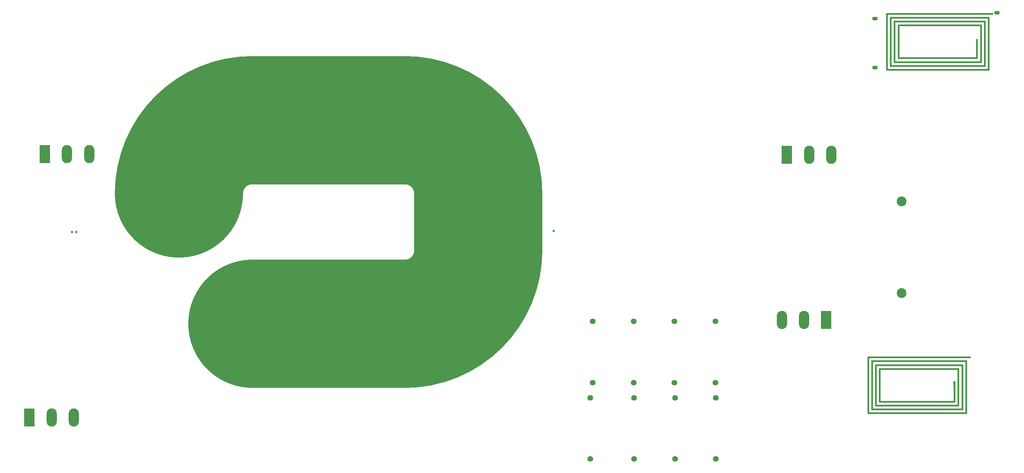
<source format=gbr>
%TF.GenerationSoftware,KiCad,Pcbnew,9.0.3*%
%TF.CreationDate,2025-09-15T08:34:33+02:00*%
%TF.ProjectId,TEST_creat_foder,54455354-5f63-4726-9561-745f666f6465,rev?*%
%TF.SameCoordinates,Original*%
%TF.FileFunction,Copper,L4,Bot*%
%TF.FilePolarity,Positive*%
%FSLAX46Y46*%
G04 Gerber Fmt 4.6, Leading zero omitted, Abs format (unit mm)*
G04 Created by KiCad (PCBNEW 9.0.3) date 2025-09-15 08:34:33*
%MOMM*%
%LPD*%
G01*
G04 APERTURE LIST*
G04 Aperture macros list*
%AMRoundRect*
0 Rectangle with rounded corners*
0 $1 Rounding radius*
0 $2 $3 $4 $5 $6 $7 $8 $9 X,Y pos of 4 corners*
0 Add a 4 corners polygon primitive as box body*
4,1,4,$2,$3,$4,$5,$6,$7,$8,$9,$2,$3,0*
0 Add four circle primitives for the rounded corners*
1,1,$1+$1,$2,$3*
1,1,$1+$1,$4,$5*
1,1,$1+$1,$6,$7*
1,1,$1+$1,$8,$9*
0 Add four rect primitives between the rounded corners*
20,1,$1+$1,$2,$3,$4,$5,0*
20,1,$1+$1,$4,$5,$6,$7,0*
20,1,$1+$1,$6,$7,$8,$9,0*
20,1,$1+$1,$8,$9,$2,$3,0*%
G04 Aperture macros list end*
%TA.AperFunction,NonConductor*%
%ADD10C,0.450000*%
%TD*%
%TA.AperFunction,EtchedComponent*%
%ADD11C,31.500000*%
%TD*%
%TA.AperFunction,EtchedComponent*%
%ADD12C,0.450000*%
%TD*%
%TA.AperFunction,ComponentPad*%
%ADD13C,1.400000*%
%TD*%
%TA.AperFunction,ComponentPad*%
%ADD14R,2.500000X4.500000*%
%TD*%
%TA.AperFunction,ComponentPad*%
%ADD15O,2.500000X4.500000*%
%TD*%
%TA.AperFunction,ComponentPad*%
%ADD16C,2.400000*%
%TD*%
%TA.AperFunction,SMDPad,CuDef*%
%ADD17RoundRect,0.252000X-0.448000X0.748000X-0.448000X-0.748000X0.448000X-0.748000X0.448000X0.748000X0*%
%TD*%
%TA.AperFunction,SMDPad,CuDef*%
%ADD18RoundRect,0.115500X-0.519500X0.269500X-0.519500X-0.269500X0.519500X-0.269500X0.519500X0.269500X0*%
%TD*%
%TA.AperFunction,ViaPad*%
%ADD19C,0.600000*%
%TD*%
G04 APERTURE END LIST*
D10*
X336875000Y-183125000D02*
X317575000Y-183125000D01*
X317575000Y-191175000D02*
X335925000Y-191175000D01*
X315675000Y-181225000D02*
X315675000Y-193075000D01*
X314725000Y-194025000D02*
X338775000Y-194025000D01*
X316625000Y-192125000D02*
X336875000Y-192125000D01*
X339725000Y-180275000D02*
X314725000Y-180275000D01*
X338775000Y-181225000D02*
X315675000Y-181225000D01*
X316625000Y-182175000D02*
X316625000Y-192125000D01*
X337825000Y-193075000D02*
X337825000Y-182175000D01*
X335925000Y-191175000D02*
X335925000Y-186250000D01*
X336875000Y-192125000D02*
X336875000Y-183125000D01*
X337825000Y-182175000D02*
X316625000Y-182175000D01*
X338775000Y-194025000D02*
X338775000Y-181225000D01*
X317575000Y-183125000D02*
X317575000Y-191175000D01*
X314725000Y-180275000D02*
X314725000Y-194025000D01*
X315675000Y-193075000D02*
X337825000Y-193075000D01*
D11*
%TO.C,T3*%
X201000000Y-122075000D02*
X163500000Y-122075000D01*
X201000000Y-122075000D02*
X163500000Y-122075000D01*
X219000000Y-154075000D02*
X219000000Y-140075000D01*
X219000000Y-154075000D02*
X219000000Y-140075000D01*
X163500000Y-172075000D02*
X201000000Y-172075000D01*
X163500000Y-172075000D02*
X201000000Y-172075000D01*
X201000000Y-122075000D02*
G75*
G02*
X219000000Y-140075000I0J-18000000D01*
G01*
X201000000Y-122075000D02*
G75*
G02*
X219000000Y-140075000I0J-18000000D01*
G01*
X145500000Y-140075000D02*
G75*
G02*
X163500000Y-122075000I18000000J0D01*
G01*
X145500000Y-140075000D02*
G75*
G02*
X163500000Y-122075000I18000000J0D01*
G01*
X219000000Y-154075000D02*
G75*
G02*
X201000000Y-172075000I-18000000J0D01*
G01*
X219000000Y-154075000D02*
G75*
G02*
X201000000Y-172075000I-18000000J0D01*
G01*
D12*
%TO.C,T2*%
X345262500Y-95910000D02*
X319312500Y-95910000D01*
X319312500Y-95910000D02*
X319312500Y-109660000D01*
X344312500Y-96860000D02*
X320262500Y-96860000D01*
X320262500Y-96860000D02*
X320262500Y-108710000D01*
X343362500Y-97810000D02*
X321212500Y-97810000D01*
X321212500Y-97810000D02*
X321212500Y-107760000D01*
X342412500Y-98760000D02*
X322162500Y-98760000D01*
X322162500Y-98760000D02*
X322162500Y-106810000D01*
X341462500Y-106810000D02*
X341462500Y-102310000D01*
X322162500Y-106810000D02*
X341462500Y-106810000D01*
X342412500Y-107760000D02*
X342412500Y-98760000D01*
X321212500Y-107760000D02*
X342412500Y-107760000D01*
X343362500Y-108710000D02*
X343362500Y-97810000D01*
X320262500Y-108710000D02*
X343362500Y-108710000D01*
X344312500Y-109660000D02*
X344312500Y-96860000D01*
X319312500Y-109660000D02*
X344312500Y-109660000D01*
%TD*%
D13*
%TO.P,C78,1,1*%
%TO.N,Net-(T3-AB)*%
X247100000Y-171500000D03*
%TO.P,C78,2,2*%
%TO.N,HVN1*%
X247100000Y-186500000D03*
%TD*%
D14*
%TO.P,Q1,1,G*%
%TO.N,G_P_1*%
X294800000Y-130610000D03*
D15*
%TO.P,Q1,2,D*%
%TO.N,HVP1*%
X300250000Y-130610000D03*
%TO.P,Q1,3,S*%
%TO.N,S_P_1*%
X305700000Y-130610000D03*
%TD*%
D13*
%TO.P,C74,1,1*%
%TO.N,Net-(T3-AB)*%
X246500000Y-190250000D03*
%TO.P,C74,2,2*%
%TO.N,HVN1*%
X246500000Y-205250000D03*
%TD*%
%TO.P,C76,1,1*%
%TO.N,Net-(T3-AB)*%
X267200000Y-171500000D03*
%TO.P,C76,2,2*%
%TO.N,HVN1*%
X267200000Y-186500000D03*
%TD*%
D14*
%TO.P,Q3,1,G*%
%TO.N,G_S_1*%
X112550000Y-130390000D03*
D15*
%TO.P,Q3,2,D*%
%TO.N,D_S_1*%
X118000000Y-130390000D03*
%TO.P,Q3,3,S*%
%TO.N,con_gnd*%
X123450000Y-130390000D03*
%TD*%
D16*
%TO.P,Cdc1,1*%
%TO.N,HVP1*%
X323000000Y-142000000D03*
%TO.P,Cdc1,2*%
%TO.N,HVN1*%
X323000000Y-164500000D03*
%TD*%
D13*
%TO.P,C77,1,1*%
%TO.N,Net-(T3-AB)*%
X257150000Y-171500000D03*
%TO.P,C77,2,2*%
%TO.N,HVN1*%
X257150000Y-186500000D03*
%TD*%
%TO.P,C72,1,1*%
%TO.N,Net-(T3-AB)*%
X267300000Y-190250000D03*
%TO.P,C72,2,2*%
%TO.N,HVN1*%
X267300000Y-205250000D03*
%TD*%
D14*
%TO.P,Q4,1,G*%
%TO.N,G_S_2*%
X108800000Y-195110000D03*
D15*
%TO.P,Q4,2,D*%
%TO.N,D_S_2*%
X114250000Y-195110000D03*
%TO.P,Q4,3,S*%
%TO.N,con_gnd*%
X119700000Y-195110000D03*
%TD*%
D17*
%TO.P,T3,4,SC*%
%TO.N,OUT1*%
X145500000Y-154075000D03*
%TO.P,T3,5,SD*%
%TO.N,D_S_2*%
X163500000Y-172075000D03*
%TD*%
D14*
%TO.P,Q2,1,G*%
%TO.N,G_P_2*%
X304450000Y-171140000D03*
D15*
%TO.P,Q2,2,D*%
%TO.N,S_P_1*%
X299000000Y-171140000D03*
%TO.P,Q2,3,S*%
%TO.N,HVN1*%
X293550000Y-171140000D03*
%TD*%
D13*
%TO.P,C21,1,1*%
%TO.N,Net-(T3-AB)*%
X277350000Y-190250000D03*
%TO.P,C21,2,2*%
%TO.N,HVN1*%
X277350000Y-205250000D03*
%TD*%
%TO.P,C73,1,1*%
%TO.N,Net-(T3-AB)*%
X257250000Y-190250000D03*
%TO.P,C73,2,2*%
%TO.N,HVN1*%
X257250000Y-205250000D03*
%TD*%
D18*
%TO.P,T2,1,AA*%
%TO.N,unconnected-(T2-AA-Pad1)*%
X346442500Y-95660000D03*
%TO.P,T2,5,SC*%
%TO.N,unconnected-(T2-SC-Pad5)*%
X316442500Y-97160000D03*
%TO.P,T2,6,SD*%
%TO.N,unconnected-(T2-SD-Pad6)*%
X316442500Y-109160000D03*
%TD*%
D13*
%TO.P,C75,1,1*%
%TO.N,Net-(T3-AB)*%
X277250000Y-171500000D03*
%TO.P,C75,2,2*%
%TO.N,HVN1*%
X277250000Y-186500000D03*
%TD*%
D19*
%TO.N,Net-(T3-AB)*%
X237500000Y-149250000D03*
%TO.N,*%
X120250000Y-149575000D03*
X119250000Y-149575000D03*
X335925000Y-186500000D03*
X335925000Y-187250000D03*
%TD*%
M02*

</source>
